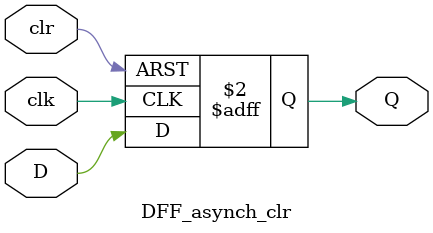
<source format=v>

module DFF_asynch_clr(D, clk, Q, clr);
    input D;
    input clk;
    input clr;
    
	 output Q;
	 reg Q ;

	 always @ (posedge clk or posedge clr)
	 begin
	 		if(clr)	Q <= 1'b 0 ;

			else		Q <= D ;
	 end

endmodule
</source>
